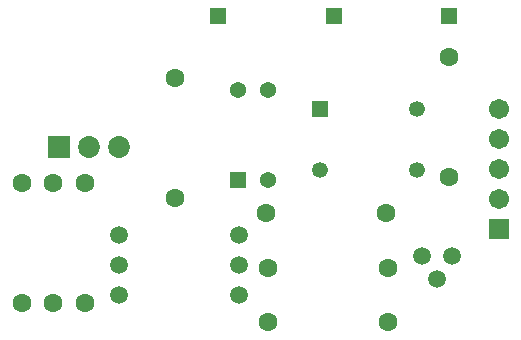
<source format=gts>
G04*
G04 #@! TF.GenerationSoftware,Altium Limited,Altium Designer,22.3.1 (43)*
G04*
G04 Layer_Color=8388736*
%FSLAX25Y25*%
%MOIN*%
G70*
G04*
G04 #@! TF.SameCoordinates,E4ED8E47-D218-4FBD-A3A2-710C509649A8*
G04*
G04*
G04 #@! TF.FilePolarity,Negative*
G04*
G01*
G75*
%ADD15C,0.05950*%
%ADD16C,0.05400*%
%ADD17R,0.05400X0.05400*%
%ADD18R,0.07300X0.07300*%
%ADD19C,0.07300*%
%ADD20C,0.06312*%
%ADD21R,0.06706X0.06706*%
%ADD22C,0.06706*%
%ADD23R,0.05682X0.05682*%
%ADD24C,0.05288*%
%ADD25R,0.05288X0.05288*%
D15*
X571500Y368000D02*
D03*
X576500Y360500D02*
D03*
X581500Y368000D02*
D03*
X470500Y375000D02*
D03*
Y365000D02*
D03*
Y355000D02*
D03*
X510500D02*
D03*
Y365000D02*
D03*
Y375000D02*
D03*
D16*
X510000Y423500D02*
D03*
X520000D02*
D03*
Y393500D02*
D03*
D17*
X510000D02*
D03*
D18*
X450500Y404500D02*
D03*
D19*
X460500D02*
D03*
X470500D02*
D03*
D20*
X520000Y346000D02*
D03*
X560000D02*
D03*
Y364000D02*
D03*
X520000D02*
D03*
X559500Y382500D02*
D03*
X519500D02*
D03*
X580500Y394500D02*
D03*
Y434500D02*
D03*
X459000Y352500D02*
D03*
Y392500D02*
D03*
X489000Y427500D02*
D03*
Y387500D02*
D03*
X438000Y352500D02*
D03*
Y392500D02*
D03*
X448500Y352500D02*
D03*
Y392500D02*
D03*
D21*
X597000Y377000D02*
D03*
D22*
Y387000D02*
D03*
Y397000D02*
D03*
Y407000D02*
D03*
Y417000D02*
D03*
D23*
X580500Y448000D02*
D03*
X542000D02*
D03*
X503500D02*
D03*
D24*
X569740Y417039D02*
D03*
Y396961D02*
D03*
X537260D02*
D03*
D25*
Y417039D02*
D03*
M02*

</source>
